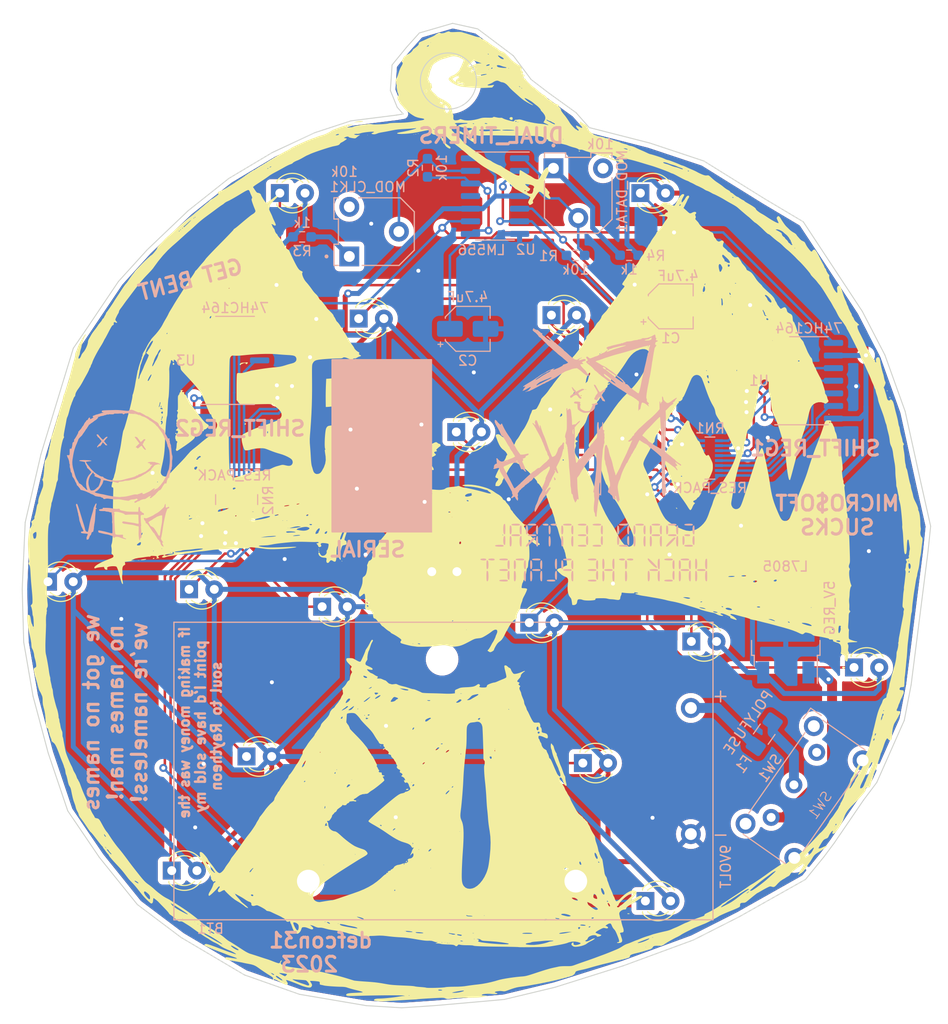
<source format=kicad_pcb>
(kicad_pcb (version 20211014) (generator pcbnew)
  (layers (0 "F.Cu" signal) (31 "B.Cu" signal) (34 "B.Paste" user) (35 "F.Paste" user) (36 "B.SilkS" user "B.Silkscreen") (37 "F.SilkS" user "F.Silkscreen") (38 "B.Mask" user) (39 "F.Mask" user) (44 "Edge.Cuts" user))
  (net 0 "")
  (net 1 "/TT_DATA")
  (net 2 "GND")
  (net 3 "/TT_CLK")
  (net 4 "Net-(D1-Pad1)")
  (net 5 "+5V")
  (net 6 "Net-(D2-Pad1)")
  (net 7 "Net-(D3-Pad1)")
  (net 8 "Net-(D4-Pad1)")
  (net 9 "Net-(D5-Pad1)")
  (net 10 "Net-(D6-Pad1)")
  (net 11 "Net-(D7-Pad1)")
  (net 12 "Net-(D8-Pad1)")
  (net 13 "Net-(D9-Pad1)")
  (net 14 "Net-(D10-Pad1)")
  (net 15 "Net-(D11-Pad1)")
  (net 16 "Net-(D12-Pad1)")
  (net 17 "Net-(D13-Pad1)")
  (net 18 "Net-(D14-Pad1)")
  (net 19 "Net-(D15-Pad1)")
  (net 20 "Net-(D16-Pad1)")
  (net 21 "Net-(F1-Pad1)")
  (net 22 "+9V")
  (net 23 "/DSCHG_DATA")
  (net 24 "/DSCHG_CLK")
  (net 25 "Net-(U1-Pad8)")
  (net 26 "Net-(RN1-Pad1)")
  (net 27 "Net-(RN1-Pad2)")
  (net 28 "Net-(RN1-Pad3)")
  (net 29 "Net-(RN1-Pad4)")
  (net 30 "Net-(RN1-Pad5)")
  (net 31 "Net-(RN1-Pad6)")
  (net 32 "Net-(RN1-Pad7)")
  (net 33 "Net-(RN1-Pad8)")
  (net 34 "Net-(RN2-Pad1)")
  (net 35 "Net-(RN2-Pad2)")
  (net 36 "Net-(RN2-Pad3)")
  (net 37 "Net-(RN2-Pad4)")
  (net 38 "Net-(RN2-Pad5)")
  (net 39 "Net-(RN2-Pad6)")
  (net 40 "Net-(RN2-Pad7)")
  (net 41 "Net-(RN2-Pad8)")
  (net 43 "Net-(SW1-Pad3)")
  (net 45 "Net-(U1-Pad1)")
  (net 47 "Net-(MOD_CLK1-Pad1)")
  (net 49 "Net-(MOD_DATA1-Pad1)")
  (footprint "LED_THT:LED_D3.0mm" (layer "F.Cu") (at 113.855 102.2)
    (fp_text reference "D14" hide)
    (fp_text value "LED")
  )
  (footprint "LED_THT:LED_D3.0mm" (layer "F.Cu") (at 119.645 119.04)
    (fp_text reference "D12" hide)
    (fp_text value "LED")
  )
  (footprint "LED_THT:LED_D3.0mm" (layer "F.Cu") (at 138.32 100.42)
    (fp_text reference "D16")
    (fp_text value "LED")
  )
  (footprint "dcpunks31:back_art" (layer "F.Cu") (at 142.77 94.86)
    (fp_text reference "G***")
    (fp_text value "LOGO" hide)
  )
  (footprint "LED_THT:LED_D3.0mm" (layer "F.Cu") (at 140.795 86.35)
    (fp_text reference "D3" hide)
    (fp_text value "LED")
  )
  (footprint "LED_THT:LED_D3.0mm" (layer "F.Cu") (at 153.555 119.7)
    (fp_text reference "D9" hide)
    (fp_text value "LED")
  )
  (footprint "LED_THT:LED_D3.0mm" (layer "F.Cu") (at 112.105 130.53)
    (fp_text reference "D11" hide)
    (fp_text value "LED")
  )
  (footprint "LED_THT:LED_D3.0mm" (layer "F.Cu") (at 99.635 101.43)
    (fp_text reference "D15" hide)
    (fp_text value "LED")
  )
  (footprint "LED_THT:LED_D3.0mm" (layer "F.Cu") (at 127.27 103.95)
    (fp_text reference "D13" hide)
    (fp_text value "LED")
  )
  (footprint "LED_THT:LED_D3.0mm" (layer "F.Cu") (at 164.495 107.45)
    (fp_text reference "D7" hide)
    (fp_text value "LED")
  )
  (footprint "LED_THT:LED_D3.0mm" (layer "F.Cu") (at 159.355 62.29)
    (fp_text reference "D5" hide)
    (fp_text value "LED")
  )
  (footprint "LED_THT:LED_D3.0mm" (layer "F.Cu") (at 148.155 105.56)
    (fp_text reference "D8" hide)
    (fp_text value "LED")
  )
  (footprint "LED_THT:LED_D3.0mm" (layer "F.Cu") (at 130.955 74.93)
    (fp_text reference "D2" hide)
    (fp_text value "LED")
  )
  (footprint "LED_THT:LED_D3.0mm" (layer "F.Cu") (at 150.385 74.58)
    (fp_text reference "D4" hide)
    (fp_text value "LED")
  )
  (footprint "LED_THT:LED_D3.0mm" (layer "F.Cu") (at 159.86 133.59)
    (fp_text reference "D10" hide)
    (fp_text value "LED")
  )
  (footprint "LED_THT:LED_D3.0mm" (layer "F.Cu") (at 180.895 110.07)
    (fp_text reference "D6" hide)
    (fp_text value "LED")
  )
  (footprint "LED_THT:LED_D3.0mm" (layer "F.Cu") (at 123.005 62.29)
    (fp_text reference "D1" hide)
    (fp_text value "LED")
  )
  (footprint "Capacitor_SMD:CP_Elec_4x5.4" (layer "B.Cu") (at 162.4175 73.7)
    (fp_text reference "C1")
    (fp_text value "4.7uF")
  )
  (footprint "Capacitor_SMD:CP_Elec_4x5.4" (layer "B.Cu") (at 141.9475 75.96)
    (fp_text reference "C2")
    (fp_text value "4.7uF")
  )
  (footprint "Resistor_SMD:R_0603_1608Metric_Pad0.98x0.95mm_HandSolder" (layer "B.Cu") (at 137.89 59.74 -90)
    (fp_text reference "R2")
    (fp_text value "10k")
  )
  (footprint "Resistor_SMD:R_0603_1608Metric_Pad0.98x0.95mm_HandSolder" (layer "B.Cu") (at 152.82 68.56 180)
    (fp_text reference "R1")
    (fp_text value "10k")
  )
  (footprint "dcpunks31:TRIM_3306F-1-103" (layer "B.Cu") (at 132.51 66.17 180)
    (fp_text reference "MOD_CLK1")
    (fp_text value "10k")
  )
  (footprint "dcpunks31:BAT_BH9VPC" (layer "B.Cu") (at 139.5 120.5)
    (fp_text reference "BT1")
    (fp_text value "9VOLT")
  )
  (footprint "Resistor_SMD:R_0603_1608Metric_Pad0.98x0.95mm_HandSolder" (layer "B.Cu") (at 158.22 68.55 180)
    (fp_text reference "R4")
    (fp_text value "1k")
  )
  (footprint "Button_Switch_THT:SW_E-Switch_EG1224_SPDT_Angled" (layer "B.Cu") (at 177.13 118.62 -125)
    (fp_text reference "SW1")
    (fp_text value "SW_SPDT")
  )
  (footprint "Resistor_SMD:R_Array_Convex_8x0602" (layer "B.Cu") (at 118.65 93.16 -90)
    (fp_text reference "RN2")
    (fp_text value "RES_PACK")
  )
  (footprint "Package_SO:SOIC-14_3.9x8.7mm_P1.27mm" (layer "B.Cu") (at 144.7 62.59 180)
    (fp_text reference "U2")
    (fp_text value "LM556")
  )
  (footprint "dcpunks31:htp" (layer "B.Cu") (at 154.67 98.5 180)
    (fp_text reference "G***" hide)
    (fp_text value "LOGO" hide)
  )
  (footprint "dcpunks31:dfiu" (layer "B.Cu") (at 106.89 91.05 180)
    (fp_text reference "G***" hide)
    (fp_text value "LOGO" hide)
  )
  (footprint "Resistor_SMD:R_0603_1608Metric_Pad0.98x0.95mm_HandSolder" (layer "B.Cu") (at 125.25 66.7)
    (fp_text reference "R3")
    (fp_text value "1k")
  )
  (footprint "Package_TO_SOT_SMD:TO-252-2" (layer "B.Cu") (at 174.015 106.375 90)
    (fp_text reference "U4")
    (fp_text value "L7805")
  )
  (footprint "Resistor_SMD:R_Array_Convex_8x0602" (layer "B.Cu") (at 166.37 88.98 180)
    (fp_text reference "RN1")
    (fp_text value "RES_PACK")
  )
  (footprint "Package_SO:SOIC-14_3.9x8.7mm_P1.27mm" (layer "B.Cu") (at 176.35 81.19)
    (fp_text reference "U1")
    (fp_text value "74HC164")
  )
  (footprint "dcpunks31:TRIM_3306F-1-103" (layer "B.Cu") (at 153.09 62.29 90)
    (fp_text reference "MOD_DATA1")
    (fp_text value "10k")
  )
  (footprint "Fuse:Fuse_1206_3216Metric_Pad1.42x1.75mm_HandSolder" (layer "B.Cu") (at 171.84 116.79 -125)
    (fp_text reference "F1")
    (fp_text value "POLYFUSE")
  )
  (footprint "dcpunks31:logo" (layer "B.Cu") (at 153.740441 85.677169 180)
    (fp_text reference "G***" hide)
    (fp_text value "LOGO" hide)
  )
  (footprint "Package_SO:SOIC-14_3.9x8.7mm_P1.27mm" (layer "B.Cu") (at 118.49 79.14)
    (fp_text reference "U3")
    (fp_text value "74HC164")
  )
  (gr_poly (pts (xy 138.28 79.08) (xy 138.28 96.4) (xy 128.28 96.4) (xy 128.28 79.08)) (layer "B.SilkS") (width 0.15) (fill solid))
  (gr_line (start 146.55 48.46) (end 145.92 47.98) (layer "Edge.Cuts") (width 0.1))
  (gr_line (start 109.63 68) (end 106.73 71.19) (layer "Edge.Cuts") (width 0.1))
  (gr_line (start 138.85 144.11) (end 145.62 143.51) (layer "Edge.Cuts") (width 0.1))
  (gr_line (start 145.92 47.98) (end 142.95 45.75) (layer "Edge.Cuts") (width 0.1))
  (gr_line (start 98.12 112.96) (end 99.65 118.69) (layer "Edge.Cuts") (width 0.1))
  (gr_line (start 152.87 54.19) (end 150.12 52.21) (layer "Edge.Cuts") (width 0.1))
  (gr_line (start 157.62 140.12) (end 164.7 137.52) (layer "Edge.Cuts") (width 0.1))
  (gr_line (start 160.28 57.24) (end 154.2 55.69) (layer "Edge.Cuts") (width 0.1))
  (gr_line (start 126.51 56.21) (end 122.23 58.21) (layer "Edge.Cuts") (width 0.1))
  (gr_line (start 99.65 118.69) (end 101.62 124.51) (layer "Edge.Cuts") (width 0.1))
  (gr_line (start 113.75 64.07) (end 109.63 68) (layer "Edge.Cuts") (width 0.1))
  (gr_line (start 130.18 55.01) (end 126.51 56.21) (layer "Edge.Cuts") (width 0.1))
  (gr_line (start 145.62 143.51) (end 150.75 142.28) (layer "Edge.Cuts") (width 0.1))
  (gr_line (start 188.36 98.36) (end 188.62 95.84) (layer "Edge.Cuts") (width 0.1))
  (gr_line (start 140.42 45.19) (end 137.07 46.16) (layer "Edge.Cuts") (width 0.1))
  (gr_line (start 176 131.42) (end 177.84 129.17) (layer "Edge.Cuts") (width 0.1))
  (gr_line (start 102.18 77.92) (end 101.26 80.92) (layer "Edge.Cuts") (width 0.1))
  (gr_line (start 148.34 50.85) (end 146.55 48.46) (layer "Edge.Cuts") (width 0.1))
  (gr_line (start 103.43 76.09) (end 102.18 77.92) (layer "Edge.Cuts") (width 0.1))
  (gr_line (start 134.15 51.96) (end 134.84 53.65) (layer "Edge.Cuts") (width 0.1))
  (gr_line (start 186.05 84.27) (end 184.01 78.6) (layer "Edge.Cuts") (width 0.1))
  (gr_line (start 101.62 124.51) (end 104.8 129.19) (layer "Edge.Cuts") (width 0.1))
  (gr_line (start 150.12 52.21) (end 148.34 50.85) (layer "Edge.Cuts") (width 0.1))
  (gr_line (start 97.03 102.16) (end 97.18 107.52) (layer "Edge.Cuts") (width 0.1))
  (gr_line (start 101.26 80.92) (end 98.92 88.59) (layer "Edge.Cuts") (width 0.1))
  (gr_line (start 124.98 142.99) (end 131.7 144.13) (layer "Edge.Cuts") (width 0.1))
  (gr_line (start 97.33 95.46) (end 97.03 102.16) (layer "Edge.Cuts") (width 0.1))
  (gr_line (start 142.95 45.75) (end 140.42 45.19) (layer "Edge.Cuts") (width 0.1))
  (gr_line (start 184.01 78.6) (end 181.73 74.2) (layer "Edge.Cuts") (width 0.1))
  (gr_line (start 165.76 59.06) (end 160.28 57.24) (layer "Edge.Cuts") (width 0.1))
  (gr_line (start 150.75 142.28) (end 157.62 140.12) (layer "Edge.Cuts") (width 0.1))
  (gr_line (start 178.9 127.75) (end 181.84 123.45) (layer "Edge.Cuts") (width 0.1))
  (gr_line (start 134.32 49.38) (end 134.15 51.96) (layer "Edge.Cuts") (width 0.1))
  (gr_line (start 186.65 111.84) (end 188.36 98.36) (layer "Edge.Cuts") (width 0.1))
  (gr_line (start 135.76 47.62) (end 134.32 49.38) (layer "Edge.Cuts") (width 0.1))
  (gr_line (start 98.92 88.59) (end 97.33 95.46) (layer "Edge.Cuts") (width 0.1))
  (gr_line (start 175.78 65.18) (end 171.96 62.91) (layer "Edge.Cuts") (width 0.1))
  (gr_line (start 185.96 115.4) (end 186.65 111.84) (layer "Edge.Cuts") (width 0.1))
  (gr_line (start 117.85 60.82) (end 113.75 64.07) (layer "Edge.Cuts") (width 0.1))
  (gr_line (start 137.07 46.16) (end 135.76 47.62) (layer "Edge.Cuts") (width 0.1))
  (gr_line (start 188.62 95.84) (end 187.66 91.57) (layer "Edge.Cuts") (width 0.1))
  (gr_line (start 181.84 123.45) (end 183.19 121.65) (layer "Edge.Cuts") (width 0.1))
  (gr_line (start 97.18 107.52) (end 98.12 112.96) (layer "Edge.Cuts") (width 0.1))
  (gr_line (start 135.44 54.32) (end 134.79 54.43) (layer "Edge.Cuts") (width 0.1))
  (gr_line (start 113.04 137.26) (end 119.44 141.04) (layer "Edge.Cuts") (width 0.1))
  (gr_line (start 169.32 135.18) (end 176 131.42) (layer "Edge.Cuts") (width 0.1))
  (gr_line (start 154.2 55.69) (end 152.87 54.19) (layer "Edge.Cuts") (width 0.1))
  (gr_line (start 131.7 144.13) (end 135.29 144.35) (layer "Edge.Cuts") (width 0.1))
  (gr_line (start 177.84 129.17) (end 178.9 127.75) (layer "Edge.Cuts") (width 0.1))
  (gr_line (start 119.44 141.04) (end 124.98 142.99) (layer "Edge.Cuts") (width 0.1))
  (gr_line (start 181.73 74.2) (end 175.78 65.18) (layer "Edge.Cuts") (width 0.1))
  (gr_line (start 183.19 121.65) (end 185.96 115.4) (layer "Edge.Cuts") (width 0.1))
  (gr_line (start 104.8 129.19) (end 108.64 133.95) (layer "Edge.Cuts") (width 0.1))
  (gr_line (start 171.96 62.91) (end 165.76 59.06) (layer "Edge.Cuts") (width 0.1))
  (gr_line (start 106.73 71.19) (end 103.43 76.09) (layer "Edge.Cuts") (width 0.1))
  (gr_line (start 187.66 91.57) (end 186.05 84.27) (layer "Edge.Cuts") (width 0.1))
  (gr_line (start 108.64 133.95) (end 113.04 137.26) (layer "Edge.Cuts") (width 0.1))
  (gr_line (start 134.79 54.43) (end 130.18 55.01) (layer "Edge.Cuts") (width 0.1))
  (gr_circle (center 140 51) (end 142 53) (layer "Edge.Cuts") (width 0.1) (fill none))
  (gr_line (start 164.7 137.52) (end 169.32 135.18) (layer "Edge.Cuts") (width 0.1))
  (gr_line (start 135.29 144.35) (end 138.85 144.11) (layer "Edge.Cuts") (width 0.1))
  (gr_line (start 134.84 53.65) (end 135.44 54.32) (layer "Edge.Cuts") (width 0.1))
  (gr_line (start 122.23 58.21) (end 117.85 60.82) (layer "Edge.Cuts") (width 0.1))
  (gr_text "SHIFT_REG2" (at 119 86) (layer "B.SilkS") (effects (font (size 1.5 1.5) (thickness 0.3)) (justify mirror)))
  (gr_text "5V_REG" (at 178.44 104.06 90) (layer "B.SilkS") (effects (font (size 1 1)) (justify mirror)))
  (gr_text "DUAL_TIMERS" (at 144.32 56.51) (layer "B.SilkS") (effects (font (size 1.5 1.5) (thickness 0.3)) (justify mirror)))
  (gr_text "SERIAL" (at 131.88 98.18) (layer "B.SilkS") (effects (font (size 1.5 1.5) (thickness 0.3)) (justify mirror)))
  (gr_text "MICRO$OFT\nSUCKS" (at 179.21 94.75) (layer "B.SilkS") (effects (font (size 1.5 1.5) (thickness 0.3)) (justify mirror)))
  (gr_text "we got no names\nno names man!\nwe're nameless!" (at 106.42 114.6 90) (layer "B.SilkS") (effects (font (size 1.5 1.5) (thickness 0.3)) (justify mirror)))
  (gr_text "GET BENT" (at 114 71 15) (layer "B.SilkS") (effects (font (size 1.5 1.5) (thickness 0.3)) (justify mirror)))
  (gr_text "defcon31\n  2023" (at 127.12 138.77) (layer "B.SilkS") (effects (font (size 1.5 1.5) (thickness 0.3)) (justify mirror)))
  (gr_text "If making money was the \npoint I'd have sold my\nsoul to Raytheon" (at 115 116 90) (layer "B.SilkS") (effects (font (size 1 1) (thickness 0.25)) (justify mirror)))
  (gr_text "SHIFT_REG1" (at 177 88) (layer "B.SilkS") (effects (font (size 1.5 1.5) (thickness 0.3)) (justify mirror)))
  (segment (start 145.21 65.12) (end 145.49 64.84) (width 0.25) (layer "F.Cu") (net 1))
  (segment (start 145.49 64.84) (end 145.49 61.65) (width 0.25) (layer "F.Cu") (net 1))
  (via (at 145.21 65.12) (size 0.8) (drill 0.4) (layers "F.Cu" "B.Cu") (net 1))
  (via (at 145.49 61.65) (size 0.8) (drill 0.4) (layers "F.Cu" "B.Cu") (net 1))
  (segment (start 147.175 65.13) (end 145.22 65.13) (width 0.25) (layer "B.Cu") (net 1))
  (segment (start 145.49 61.65) (end 145.49 61.344106) (width 0.25) (layer "B.Cu") (net 1))
  (segment (start 156.96 73.7) (end 159.3675 73.7) (width 0.25) (layer "B.Cu") (net 1))
  (segment (start 151.82 68.56) (end 148.39 65.13) (width 0.25) (layer "B.Cu") (net 1))
  (segment (start 145.22 65.13) (end 145.21 65.12) (width 0.25) (layer "B.Cu") (net 1))
  (segment (start 148.39 65.13) (end 147.175 65.13) (width 0.25) (layer "B.Cu") (net 1))
  (segment (start 151.82 68.56) (end 156.96 73.7) (width 0.25) (layer "B.Cu") (net 1))
  (segment (start 145.49 61.344106) (end 146.784106 60.05) (width 0.25) (layer "B.Cu") (net 1))
  (segment (start 146.784106 60.05) (end 147.175 60.05) (width 0.25) (layer "B.Cu") (net 1))
  (via (at 122.2 111.56) (size 0.8) (drill 0.4) (layers "F.Cu" "B.Cu") (net 2))
  (via (at 162.29 98.7) (size 0.8) (drill 0.4) (layers "F.Cu" "B.Cu") (net 2))
  (via (at 107.02 105.18) (size 0.8) (drill 0.4) (layers "F.Cu" "B.Cu") (net 2))
  (via (at 114.47 126.18) (size 0.8) (drill 0.4) (layers "F.Cu" "B.Cu") (net 2))
  (via (at 126.68 74.97) (size 0.8) (drill 0.4) (layers "F.Cu" "B.Cu") (net 2))
  (via (at 123.49 99.15) (size 0.8) (drill 0.4) (layers "F.Cu" "B.Cu") (net 2))
  (via (at 130.13 86.11) (size 0.8) (drill 0.4) (layers "F.Cu" "B.Cu") (net 2))
  (via (at 110.17 90.47) (size 0.8) (drill 0.4) (layers "F.Cu" "B.Cu") (net 2))
  (via (at 172.2 86.92) (size 0.8) (drill 0.4) (layers "F.Cu" "B.Cu") (net 2))
  (via (at 160.58 125.21) (size 0.8) (drill 0.4) (layers "F.Cu" "B.Cu") (net 2))
  (via (at 133.71 115.95) (size 0.8) (drill 0.4) (layers "F.Cu" "B.Cu") (net 2))
  (via (at 131.65 98.7) (size 0.8) (drill 0.4) (layers "F.Cu" "B.Cu") (net 2))
  (via (at 126.05 78.82) (size 0.8) (drill 0.4) (layers "F.Cu" "B.Cu") (net 2))
  (via (at 134.69 125.16) (size 0.8) (drill 0.4) (layers "F.Cu" "B.Cu") (net 2))
  (via (at 158.78 71.51) (size 0.8) (drill 0.4) (layers "F.Cu" "B.Cu") (net 2))
  (via (at 150.26 84.08) (size 0.8) (drill 0.4) (layers "F.Cu" "B.Cu") (net 2))
  (via (at 170.42 73.57) (size 0.8) (drill 0.4) (layers "F.Cu" "B.Cu") (net 2))
  (via (at 169.5 95.79) (size 0.8) (drill 0.4) (layers "F.Cu" "B.Cu") (net 2))
  (via (at 156.59 101.62) (size 0.8) (drill 0.4) (layers "F.Cu" "B.Cu") (net 2))
  (via (at 158.96 80.56) (size 0.8) (drill 0.4) (layers "F.Cu" "B.Cu") (net 2))
  (via (at 132.22 65.37) (size 0.8) (drill 0.4) (layers "F.Cu" "B.Cu") (net 2))
  (via (at 137.28 85.6) (size 0.8) (drill 0.4) (layers "F.Cu" "B.Cu") (net 2))
  (via (at 146.08 93.13) (size 0.8) (drill 0.4) (layers "F.Cu" "B.Cu") (net 2))
  (via (at 130.77 92.06) (size 0.8) (drill 0.4) (layers "F.Cu" "B.Cu") (net 2))
  (via (at 182.39 98.35) (size 0.8) (drill 0.4) (layers "F.Cu" "B.Cu") (net 2))
  (via (at 181.11 81.74) (size 0.8) (drill 0.4) (layers "F.Cu" "B.Cu") (net 2))
  (via (at 142.56 80.35) (size 0.8) (drill 0.4) (layers "F.Cu" "B.Cu") (net 2))
  (via (at 136.97 70.11) (size 0.8) (drill 0.4) (layers "F.Cu" "B.Cu") (net 2))
  (via (at 157.54 87.01) (size 0.8) (drill 0.4) (layers "F.Cu" "B.Cu") (net 2))
  (via (at 137.6 93.39) (size 0.8) (drill 0.4) (layers "F.Cu" "B.Cu") (net 2))
  (via (at 115.32 119.78) (size 0.8) (drill 0.4) (layers "F.Cu" "B.Cu") (net 2))
  (via (at 122.67 71.54) (size 0.8) (drill 0.4) (layers "F.Cu" "B.Cu") (net 2))
  (segment (start 143.94 62.07) (end 144.05 62.18) (width 0.25) (layer "F.Cu") (net 3))
  (segment (start 144.05 62.18) (end 144.05 66.06) (width 0.25) (layer "F.Cu") (net 3))
  (via (at 143.94 62.07) (size 0.8) (drill 0.4) (layers "F.Cu" "B.Cu") (net 3))
  (via (at 144.05 66.06) (size 0.8) (drill 0.4) (layers "F.Cu" "B.Cu") (net 3))
  (segment (start 141.645 60.74) (end 142.225 61.32) (width 0.25) (layer "B.Cu") (net 3))
  (segment (start 142.225 66.505) (end 142.225 66.4) (width 0.25) (layer "B.Cu") (net 3))
  (segment (start 142.225 61.32) (end 143.19 61.32) (width 0.25) (layer "B.Cu") (net 3))
  (segment (start 142.565 66.06) (end 142.225 66.4) (width 0.25) (layer "B.Cu") (net 3))
  (segment (start 140.1475 68.5825) (end 142.225 66.505) (width 0.25) (layer "B.Cu") (net 3))
  (segment (start 137.89 60.74) (end 141.645 60.74) (width 0.25) (layer "B.Cu") (net 3))
  (segment (start 140.1475 75.96) (end 140.1475 68.5825) (width 0.25) (layer "B.Cu") (net 3))
  (segment (start 144.05 66.06) (end 142.565 66.06) (width 0.25) (layer "B.Cu") (net 3))
  (segment (start 143.19 61.32) (end 143.94 62.07) (width 0.25) (layer "B.Cu") (net 3))
  (segment (start 162.437 84.98) (end 162.437 80.587) (width 0.25) (layer "F.Cu") (net 4))
  (segment (start 126.06 71.56) (end 123.005 68.505) (width 0.25) (layer "F.Cu") (net 4))
  (segment (start 123.005 68.505) (end 123.005 62.29) (width 0.25) (layer "F.Cu") (net 4))
  (segment (start 153.41 71.56) (end 126.06 71.56) (width 0.25) (layer "F.Cu") (net 4))
  (segment (start 162.437 80.587) (end 153.41 71.56) (width 0.25) (layer "F.Cu") (net 4))
  (via (at 162.437 84.98) (size 0.8) (drill 0.4) (layers "F.Cu" "B.Cu") (net 4))
  (segment (start 165.279447 87.23) (end 163.819723 85.770276) (width 0.25) (layer "B.Cu") (net 4))
  (segment (start 165.47 87.23) (end 165.279447 87.23) (width 0.25) (layer "B.Cu") (net 4))
  (segment (start 163.819723 85.770276) (end 163.029447 84.98) (width 0.25) (layer "B.Cu") (net 4))
  (segment (start 163.029447 84.98) (end 162.437 84.98) (width 0.25) (layer "B.Cu") (net 4))
  (segment (start 158.44 129.63) (end 162.4 133.59) (width 0.5) (layer "F.Cu") (net 5))
  (segment (start 182.1 77.57) (end 182.1 78.63) (width 0.5) (layer "F.Cu") (net 5))
  (segment (start 129.7675 76.4625) (end 131.9625 76.4625) (width 0.5) (layer "F.Cu") (net 5))
  (segment (start 129.89 72.4) (end 129.595 72.695) (width 0.5) (layer "F.Cu") (net 5))
  (segment (start 124.205 121.06) (end 154.735 121.06) (width 0.5) (layer "F.Cu") (net 5))
  (segment (start 122.76 82.91) (end 124.088947 82.91) (width 0.25) (layer "F.Cu") (net 5))
  (segment (start 115.545 129.63) (end 158.44 129.63) (width 0.5) (layer "F.Cu") (net 5))
  (segment (start 132.3525 76.0725) (end 133.495 74.93) (width 0.5) (layer "F.Cu") (net 5))
  (segment (start 130.27 78.29) (end 130.27 78.155) (width 0.25) (layer "F.Cu") (net 5))
  (segment (start 166.82 62.29) (end 182.1 77.57) (width 0.5) (layer "F.Cu") (net 5))
  (segment (start 125.515 82.91) (end 122.76 82.91) (width 0.5) (layer "F.Cu") (net 5))
  (segment (start 161.895 62.29) (end 166.82 62.29) (width 0.5) (layer "F.Cu") (net 5))
  (segment (start 154.735 121.06) (end 156.095 119.7) (width 0.5) (layer "F.Cu") (net 5))
  (segment (start 122.185 122.99) (end 122.185 119.04) (width 0.5) (layer "F.Cu") (net 5))
  (segment (start 130.27 78.155) (end 133.495 74.93) (width 0.25) (layer "F.Cu") (net 5))
  (segment (start 156.095 127.285) (end 162.4 133.59) (width 0.5) (layer "F.Cu") (net 5))
  (segment (start 114.645 130.53) (end 115.545 129.63) (width 0.5) (layer "F.Cu") (net 5))
  (segment (start 132.3525 76.0725) (end 125.515 82.91) (width 0.5) (layer "F.Cu") (net 5))
  (segment (start 131.9625 76.4625) (end 132.3525 76.0725) (width 0.5) (layer "F.Cu") (net 5))
  (segment (start 129.595 72.695) (end 129.595 76.29) (width 0.5) (layer "F.Cu") (net 5))
  (segment (start 129.595 76.29) (end 129.7675 76.4625) (width 0.5) (layer "F.Cu") (net 5))
  (segment (start 114.645 130.53) (end 122.185 122.99) (width 0.5) (layer "F.Cu") (net 5))
  (segment (start 156.095 119.7) (end 156.095 127.285) (width 0.5) (layer "F.Cu") (net 5))
  (segment (start 122.185 119.04) (end 124.205 121.06) (width 0.5) (layer "F.Cu") (net 5))
  (via (at 122.76 82.91) (size 0.8) (drill 0.4) (layers "F.Cu" "B.Cu") (net 5))
  (via (at 129.89 72.4) (size 0.8) (drill 0.4) (layers "F.Cu" "B.Cu") (net 5))
  (via (at 182.1 78.63) (size 0.8) (drill 0.4) (layers "F.Cu" "B.Cu") (net 5))
  (segment (start 158.005 60.94) (end 158.005 67.4225) (width 0.5) (layer "B.Cu") (net 5))
  (segment (start 171.735 110.575) (end 173.85 112.69) (width 0.5) (layer "B.Cu") (net 5))
  (segment (start 142.225 63.86) (end 143.46 63.86) (width 0.25) (layer "B.Cu") (net 5))
  (segment (start 119.9 76.6) (end 120.965 76.6) (width 0.5) (layer "B.Cu") (net 5))
  (segment (start 170.655 109.495) (end 170.655 99.805) (width 0.5) (layer "B.Cu") (net 5))
  (segment (start 118.295 120.39) (end 120.835 120.39) (width 0.5) (layer "B.Cu") (net 5))
  (segment (start 140.86 100.42) (end 137.33 103.95) (width 0.5) (layer "B.Cu") (net 5))
  (segment (start 170.16 110.575) (end 167.035 107.45) (width 0.5) (layer "B.Cu") (net 5))
  (segment (start 182.95 112.69) (end 183.435 112.205) (width 0.5) (layer "B.Cu") (net 5))
  (segment (start 182.1 84.38) (end 181.47 85.01) (width 0.5) (layer "B.Cu") (net 5))
  (segment (start 142.225 58.78) (end 142.99 58.78) (width 0.25) (layer "B.Cu") (net 5))
  (segment (start 130.93 72.4) (end 129.89 72.4) (width 0.5) (layer "B.Cu") (net 5))
  (segment (start 144.73 62.59) (end 147.175 62.59) (width 0.5) (layer "B.Cu") (net 5))
  (segment (start 158.005 67.4225) (end 159.1325 68.55) (width 0.5) (layer "B.Cu") (net 5))
  (segment (start 182.1 88.36) (end 182.1 83.78) (width 0.5) (layer "B.Cu") (net 5))
  (segment (start 147.85 119.04) (end 162.4 133.59) (width 0.5) (layer "B.Cu") (net 5))
  (segment (start 128.06 102.2) (end 129.81 103.95) (width 0.5) (layer "B.Cu") (net 5))
  (segment (start 102.175 118.06) (end 114.645 130.53) (width 0.5) (layer "B.Cu") (net 5))
  (segment (start 143.335 84.17) (end 152.925 74.58) (width 0.5) (layer "B.Cu") (net 5))
  (segment (start 120.835 120.39) (end 122.185 119.04) (width 0.5) (layer "B.Cu") (net 5))
  (segment (start 171.735 110.575) (end 170.655 109.495) (width 0.5) (layer "B.Cu") (net 5))
  (segment (start 102.175 101.43) (end 102.175 118.06) (width 0.5) (layer "B.Cu") (net 5))
  (segment (start 150.695 105.56) (end 165.145 105.56) (width 0.5) (layer "B.Cu") (net 5))
  (segment (start 139.79 63.86) (end 143.46 63.86) (width 0.5) (layer "B.Cu") (net 5))
  (segment (start 124.3375 66.7) (end 124.11 66.7) (width 0.5) (layer "B.Cu") (net 5))
  (segment (start 140.86 100.42) (end 143.57 100.42) (width 0.5) (layer "B.Cu") (net 5))
  (segment (start 114.725 100.53) (end 116.395 102.2) (width 0.5) (layer "B.Cu") (net 5))
  (segment (start 139.79 63.86) (end 142.225 63.86) (width 0.5) (layer "B.Cu") (net 5))
  (segment (start 116.395 102.2) (end 128.06 102.2) (width 0.5) (layer "B.Cu") (net 5))
  (segment (start 165.145 105.56) (end 167.035 107.45) (width 0.5) (layer "B.Cu") (net 5))
  (segment (start 102.175 101.43) (end 103.075 100.53) (width 0.5) (layer "B.Cu") (net 5))
  (segment (start 129.81 111.415) (end 122.185 119.04) (width 0.5) (layer "B.Cu") (net 5))
  (segment (start 143.335 86.35) (end 143.335 84.77) (width 0.5) (layer "B.Cu") (net 5))
  (segment (start 103.075 100.53) (end 114.725 100.53) (width 0.5) (layer "B.Cu") (net 5))
  (segment (start 144.73 60.52) (end 144.73 62.59) (width 0.25) (layer "B.Cu") (net 5))
  (segment (start 139.47 63.86) (end 139.79 63.86) (width 0.5) (layer "B.Cu") (net 5))
  (segment (start 173.85 112.69) (end 182.95 112.69) (width 0.5) (layer "B.Cu") (net 5))
  (segment (start 116.395 113.25) (end 122.185 119.04) (width 0.5) (layer "B.Cu") (net 5))
  (segment (start 118.41 72.4) (end 118.41 75.11) (width 0.5) (layer "B.Cu") (net 5))
  (segment (start 143.335 84.77) (end 133.495 74.93) (width 0.5) (layer "B.Cu") (net 5))
  (segment (start 160.545 60.94) (end 158.005 60.94) (width 0.5) (layer "B.Cu") (net 5))
  (segment (start 122.185 119.04) (end 147.85 119.04) (width 0.5) (layer "B.Cu") (net 5))
  (segment (start 143.335 86.35) (end 143.335 84.17) (width 0.5) (layer "B.Cu") (net 5))
  (segment (start 178.835 85.01) (end 178.825 85) (width 0.5) (layer "B.Cu") (net 5))
  (segment (start 133.495 74.93) (end 131.825 76.6) (width 0.5) (layer "B.Cu") (net 5))
  (segment (start 171.735 110.575) (end 170.16 110.575) (width 0.5) (layer "B.Cu") (net 5))
  (segment (start 182.08 78.65) (end 182.1 78.63) (width 0.5) (layer "B.Cu") (net 5))
  (segment (start 102.175 104.27) (end 118.295 120.39) (width 0.5) (layer "B.Cu") (net 5))
  (segment (start 125.545 62.29) (end 125.545 65.4925) (width 0.5) (layer "B.Cu") (net 5))
  (segment (start 140.86 88.825) (end 143.335 86.35) (width 0.5) (layer "B.Cu") (net 5))
  (segment (start 140.86 100.985) (end 146.795 106.92) (width 0.5) (layer "B.Cu") (net 5))
  (segment (start 181.47 85.01) (end 178.835 85.01) (width 0.5) (layer "B.Cu") (net 5))
  (segment (start 137.975 65.355) (end 139.47 63.86) (width 0.5) (layer "B.Cu") (net 5))
  (segment (start 150.695 114.3) (end 150.695 105.56) (width 0.5) (layer "B.Cu") (net 5))
  (segment (start 161.895 62.29) (end 160.545 60.94) (width 0.5) (layer "B.Cu") (net 5))
  (segment (start 137.975 65.355) (end 130.93 72.4) (width 0.5) (layer "B.Cu") (net 5))
  (segment (start 143.46 63.86) (end 144.095 63.225) (width 0.5) (layer "B.Cu") (net 5))
  (segment (start 122.72 82.95) (end 122.76 82.91) (width 0.25) (layer "B.Cu") (net 5))
  (segment (start 140.86 100.42) (end 140.86 100.985) (width 0.5) (layer "B.Cu") (net 5))
  (segment (start 146.795 106.92) (end 149.335 106.92) (width 0.5) (layer "B.Cu") (net 5))
  (segment (start 118.41 75.11) (end 119.9 76.6) (width 0.5) (layer "B.Cu") (net 5))
  (segment (start 143.57 100.42) (end 153.93 90.06) (width 0.5) (layer "B.Cu") (net 5))
  (segment (start 125.545 65.4925) (end 124.3375 66.7) (width 0.5) (layer "B.Cu") (net 5))
  (segment (start 137.33 103.95) (end 129.81 103.95) (width 0.5) (layer "B.Cu") (net 5))
  (segment (start 182.1 78.63) (end 182.1 83.78) (width 0.5) (layer "B.Cu") (net 5))
  (segment (start 142.99 58.78) (end 144.73 60.52) (width 0.25) (layer "B.Cu") (net 5))
  (segment (start 131.825 76.6) (end 120.965 76.6) (width 0.5) (layer "B.Cu") (net 5))
  (segment (start 178.825 78.65) (end 182.08 78.65) (width 0.5) (layer "B.Cu") (net 5))
  (segment (start 182.1 83.78) (end 182.1 84.38) (width 0.5) (layer "B.Cu") (net 5))
  (segment (start 133.495 93.055) (end 133.495 74.93) (width 0.5) (layer "B.Cu") (net 5))
  (segment (start 140.86 100.42) (end 140.86 88.825) (width 0.5) (layer "B.Cu") (net 5))
  (segment (start 140.86 100.42) (end 133.495 93.055) (width 0.5) (layer "B.Cu") (net 5))
  (segment (start 120.965 82.95) (end 122.72 82.95) (width 0.25) (layer "B.Cu") (net 5))
  (segment (start 149.335 106.92) (end 150.695 105.56) (width 0.5) (layer "B.Cu") (net 5))
  (segment (start 153.93 75.585) (end 152.925 74.58) (width 0.5) (layer "B.Cu") (net 5))
  (segment (start 124.11 66.7) (end 118.41 72.4) (width 0.5) (layer "B.Cu") (net 5))
  (segment (start 116.395 102.2) (end 116.395 113.25) (width 0.5) (layer "B.Cu") (net 5))
  (segment (start 102.175 101.43) (end 102.175 104.27) (width 0.5) (layer "B.Cu") (net 5))
  (segment (start 153.93 90.06) (end 153.93 75.585) (width 0.5) (layer "B.Cu") (net 5))
  (segment (start 170.655 99.805) (end 182.1 88.36) (width 0.5) (layer "B.Cu") (net 5))
  (segment (start 183.435 112.205) (end 183.435 110.07) (width 0.5) (layer "B.Cu") (net 5))
  (segment (start 129.81 103.95) (end 129.81 111.415) (width 0.5) (layer "B.Cu") (net 5))
  (segment (start 156.095 119.7) (end 150.695 114.3) (width 0.5) (layer "B.Cu") (net 5))
  (segment (start 144.095 63.225) (end 144.73 62.59) (width 0.5) (layer "B.Cu") (net 5))
  (segment (start 134.66 68.67) (end 137.975 65.355) (width 0.5) (layer "B.Cu") (net 5))
  (segment (start 151.62 73.345) (end 151.205 72.93) (width 0.25) (layer "F.Cu") (net 6))
  (segment (start 132.955 72.93) (end 130.955 74.93) (width 0.25) (layer "F.Cu") (net 6))
  (segment (start 163.14 86.13) (end 162 86.13) (width 0.25) (layer "F.Cu") (net 6))
  (segment (start 162 86.13) (end 151.62 75.75) (width 0.25) (layer "F.Cu") (net 6))
  (segment (start 151.62 75.75) (end 151.62 73.345) (width 0.25) (layer "F.Cu") (net 6))
  (segment (start 151.205 72.93) (end 132.955 72.93) (width 0.25) (layer "F.Cu") (net 6))
  (via (at 163.14 86.13) (size 0.8) (drill 0.4) (layers "F.Cu" "B.Cu") (net 6))
  (segment (start 165.47 87.73) (end 164.74 87.73) (width 0.25) (layer "B.Cu") (net 6))
  (segment (start 164.74 87.73) (end 163.14 86.13) (width 0.25) (layer "B.Cu") (net 6))
  (segment (start 143.115 88.67) (end 140.795 86.35) (width 0.25) (layer "F.Cu") (net 7))
  (segment (start 162.478318 88.67) (end 143.115 88.67) (width 0.25) (layer "F.Cu") (net 7))
  (segment (start 163.554664 87.593654) (end 162.478318 88.67) (width 0.25) (layer "F.Cu") (net 7))
  (via (at 163.554664 87.593654) (size 0.8) (drill 0.4) (layers "F.Cu" "B.Cu") (net 7))
  (segment (start 164.19101 88.23) (end 163.554664 87.593654) (width 0.25) (layer "B.Cu") (net 7))
  (segment (start 165.47 88.23) (end 164.19101 88.23) (width 0.25) (layer "B.Cu") (net 7))
  (segment (start 162.437 87.514731) (end 150.385 75.462731) (width 0.25) (layer "F.Cu") (net 8))
  (segment (start 150.385 75.462731) (end 150.385 74.58) (width 0.25) (layer "F.Cu") (net 8))
  (via (at 162.437 87.514731) (size 0.8) (drill 0.4) (layers "F.Cu" "B.Cu") (net 8))
  (segment (start 163.652269 88.73) (end 162.437 87.514731) (width 0.25) (layer "B.Cu") (net 8))
  (segment (start 165.47 88.73) (end 163.652269 88.73) (width 0.25) (layer "B.Cu") (net 8))
  (segment (start 161.7025 70.9825) (end 161.7025 64.6375) (width 0.25) (layer "B.Cu") (net 9))
  (segment (start 161.7025 87.8325) (end 161.7025 84.689195) (width 0.25) (layer "B.Cu") (net 9))
  (segment (start 163.1 89.23) (end 161.7025 87.8325) (width 0.25) (layer "B.Cu") (net 9))
  (segment (start 162.35 84.041695) (end 162.35 71.63) (width 0.25) (layer "B.Cu") (net 9))
  (segment (start 165.47 89.23) (end 163.1 89.23) (width 0.25) (layer "B.Cu") (net 9))
  (segment (start 161.7025 84.689195) (end 162.35 84.041695) (width 0.25) (layer "B.Cu") (net 9))
  (segment (start 162.35 71.63) (end 161.7025 70.9825) (width 0.25) (layer "B.Cu") (net 9))
  (segment (start 161.7025 64.6375) (end 159.355 62.29) (width 0.25) (layer "B.Cu") (net 9))
  (segment (start 167.79 110.83) (end 168.55 110.07) (width 0.25) (layer "F.Cu") (net 10))
  (segment (start 160.04813 92.62813) (end 160.04813 105.47313) (width 0.25) (layer "F.Cu") (net 10))
  (segment (start 168.55 110.07) (end 180.895 110.07) (width 0.25) (layer "F.Cu") (net 10))
  (segment (start 160.04813 105.47313) (end 165.405 110.83) (width 0.25) (layer "F.Cu") (net 10))
  (segment (start 165.405 110.83) (end 167.79 110.83) (width 0.25) (layer "F.Cu") (net 10))
  (via (at 160.04813 92.62813) (size 0.8) (drill 0.4) (layers "F.Cu" "B.Cu") (net 10))
  (segment (start 161.906811 89.73) (end 160.04813 91.588681) (width 0.25) (layer "B.Cu") (net 10))
  (segment (start 160.04813 91.588681) (end 160.04813 92.62813) (width 0.25) (layer "B.Cu") (net 10))
  (segment (start 165.47 89.73) (end 161.906811 89.73) (width 0.25) (layer "B.Cu") (net 10))
  (segment (start 160.783129 91.893129) (end 164.495 95.605) (width 0.25) (layer "F.Cu") (net 11))
  (segment (start 164.495 95.605) (end 164.495 107.45) (width 0.25) (layer "F.Cu") (net 11))
  (via (at 160.783129 91.893129) (size 0.8) (drill 0.4) (layers "F.Cu" "B.Cu") (net 11))
  (segment (start 165.47 90.23) (end 162.446258 90.23) (width 0.25) (layer "B.Cu") (net 11))
  (segment (start 162.446258 90.23) (end 160.783129 91.893129) (width 0.25) (layer "B.Cu") (net 11))
  (segment (start 162.985 90.73) (end 148.155 105.56) (width 0.25) (layer "B.Cu") (net 12))
  (segment (start 165.47 90.73) (end 162.985 90.73) (width 0.25) (layer "B.Cu") (net 12))
  (segment (start 142 114) (end 142.055 113.945) (width 0.25) (layer "F.Cu") (net 13))
  (segment (start 139.5 114) (end 142 114) (width 0.25) (layer "F.Cu") (net 13))
  (segment (start 115.2 95.54) (end 123.65 95.54) (width 0.25) (layer "F.Cu") (net 13))
  (segment (start 147.81 119.7) (end 153.555 119.7) (width 0.25) (layer "F.Cu") (net 13))
  (segment (start 134.805 106.695) (end 134.805 109.305) (width 0.25) (layer "F.Cu") (net 13))
  (segment (start 134.805 109.305) (end 139.5 114) (width 0.25) (layer "F.Cu") (net 13))
  (segment (start 123.65 95.54) (end 134.805 106.695) (width 0.25) (layer "F.Cu") (net 13))
  (segment (start 142.055 113.945) (end 147.81 119.7) (width 0.25) (layer "F.Cu") (net 13))
  (via (at 115.2 95.54) (size 0.8) (drill 0.4) (layers "F.Cu" "B.Cu") (net 13))
  (segment (start 116.9 94.06) (end 116.68 94.06) (width 0.25) (layer "B.Cu") (net 13))
  (segment (start 116.68 94.06) (end 115.2 95.54) (width 0.25) (layer "B.Cu") (net 13))
  (segment (start 115.062861 97.221063) (end 112.126962 100.156962) (width 0.25) (layer "F.Cu") (net 14))
  (segment (start 111.41 120.0355) (end 111.2555 120.19) (width 0.25) (layer "F.Cu") (net 14))
  (segment (start 111.41 102.65) (end 111.41 120.0355) (width 0.25) (layer "F.Cu") (net 14))
  (segment (start 115.062861 96.832861) (end 115.062861 97.221063) (width 0.25) (layer "F.Cu") (net 14))
  (segment (start 111.41 100.873924) (end 111.41 102.65) (width 0.25) (layer "F.Cu") (net 14))
  (segment (start 112.126962 100.156962) (end 111.41 100.873924) (width 0.25) (layer "F.Cu") (net 14))
  (via (at 115.062861 96.832861) (size 0.8) (drill 0.4) (layers "F.Cu" "B.Cu") (net 14))
  (via (at 111.2555 120.19) (size 0.8) (drill 0.4) (layers "F.Cu" "B.Cu") (net 14))
  (segment (start 115.347139 96.832861) (end 115.062861 96.832861) (width 0.25) (layer "B.Cu") (net 14))
  (segment (start 124.6555 133.59) (end 159.86 133.59) (width 0.25) (layer "B.Cu") (net 14))
  (segment (start 117.4 94.06) (end 117.4 94.78) (width 0.25) (layer "B.Cu") (net 14))
  (segment (start 111.2555 120.19) (end 124.6555 133.59) (width 0.25) (layer "B.Cu") (net 14))
  (segment (start 117.4 94.78) (end 115.347139 96.832861) (width 0.25) (layer "B.Cu") (net 14))
  (segment (start 111.99 130.415) (end 112.105 130.53) (width 0.25) (layer "F.Cu") (net 15))
  (segment (start 116.46887 96.465592) (end 111.99 100.944462) (width 0.25) (layer "F.Cu") (net 15))
  (segment (start 117.535666 96.465592) (end 116.46887 96.465592) (width 0.25) (layer "F.Cu") (net 15))
  (segment (start 111.99 100.944462) (end 111.99 130.415) (width 0.25) (layer "F.Cu") (net 15))
  (via (at 117.535666 96.465592) (size 0.8) (drill 0.4) (layers "F.Cu" "B.Cu") (net 15))
  (segment (start 117.9 94.06) (end 117.9 96.101258) (width 0.25) (layer "B.Cu") (net 15))
  (segment (start 117.9 96.101258) (end 117.535666 96.465592) (width 0.25) (layer "B.Cu") (net 15))
  (segment (start 116.015 97.57) (end 112.45 101.135) (width 0.25) (layer "F.Cu") (net 16))
  (segment (start 112.45 101.135) (end 112.45 111.845) (width 0.25) (layer "F.Cu") (net 16))
  (segment (start 112.45 111.845) (end 119.645 119.04) (width 0.25) (layer "F.Cu") (net 16))
  (segment (start 117.47 97.57) (end 116.015 97.57) (width 0.25) (layer "F.Cu") (net 16))
  (via (at 117.47 97.57) (size 0.8) (drill 0.4) (layers "F.Cu" "B.Cu") (net 16))
  (segment (start 118.4 94.06) (end 118.4 96.64) (width 0.25) (layer "B.Cu") (net 16))
  (segment (start 118.4 96.64) (end 117.47 97.57) (width 0.25) (layer "B.Cu") (net 16))
  (segment (start 118.58036 97.55036) (end 124.98 103.95) (width 0.25) (layer "F.Cu") (net 17))
  (segment (start 124.98 103.95) (end 127.27 103.95) (width 0.25) (layer "F.Cu") (net 17))
  (via (at 118.58036 97.55036) (size 0.8) (drill 0.4) (layers "F.Cu" "B.Cu") (net 17))
  (segment (start 118.9 94.06) (end 118.9 97.23072) (width 0.25) (layer "B.Cu") (net 17))
  (segment (start 118.9 97.23072) (end 118.58036 97.55036) (width 0.25) (layer "B.Cu") (net 17))
  (segment (start 117.4495 98.6055) (end 113.855 102.2) (width 0.25) (layer "F.Cu") (net 18))
  (segment (start 118.065629 98.6055) (end 117.4495 98.6055) (width 0.25) (layer "F.Cu") (net 18))
  (via (at 118.065629 98.6055) (size 0.8) (drill 0.4) (layers "F.Cu" "B.Cu") (net 18))
  (segment (start 118.563962 98.6055) (end 118.065629 98.6055) (width 0.25) (layer "B.Cu") (net 18))
  (segment (start 118.744731 98.424731) (end 118.563962 98.6055) (width 0.25) (layer "B.Cu") (net 18))
  (segment (start 119.4 97.769462) (end 118.744731 98.424731) (width 0.25) (layer "B.Cu") (net 18))
  (segment (start 119.4 94.06) (end 119.4 97.769462) (width 0.25) (layer "B.Cu") (net 18))
  (segment (start 119.9 94.06) (end 119.9 97.92) (width 0.25) (layer "B.Cu") (net 19))
  (segment (start 119.9 97.92) (end 118.48 99.34) (width 0.25) (layer "B.Cu") (net 19))
  (segment (start 101.725 99.34) (end 99.635 101.43) (width 0.25) (layer "B.Cu") (net 19))
  (segment (start 118.48 99.34) (end 101.725 99.34) (width 0.25) (layer "B.Cu") (net 19))
  (segment (start 131.96 94.06) (end 138.32 100.42) (width 0.25) (layer "B.Cu") (net 20))
  (segment (start 120.4 94.06) (end 131.96 94.06) (width 0.25) (layer "B.Cu") (net 20))
  (segment (start 174.835694 121.896608) (end 174.835694 118.775694) (width 1) (layer "B.Cu") (net 21))
  (segment (start 174.835694 118.775694) (end 172.693195 116.633195) (width 1) (layer "B.Cu") (net 21))
  (segment (start 172.693195 116.633195) (end 172.693195 115.571511) (width 1) (layer "B.Cu") (net 21))
  (segment (start 164.445 114.15) (end 167.128316 114.15) (width 1) (layer "B.Cu") (net 22))
  (segment (start 167.128316 114.15) (end 170.986805 118.008489) (width 1) (layer "B.Cu") (net 22))
  (segment (start 149.82 62.82) (end 151.12 62.82) (width 0.25) (layer "B.Cu") (net 23))
  (segment (start 153.09 67.83) (end 153.82 68.56) (width 0.25) (layer "B.Cu") (net 23))
  (segment (start 149.255 60.469106) (end 149.255 62.255) (width 0.25) (layer "B.Cu") (net 23))
  (segment (start 147.565894 58.78) (end 149.255 60.469106) (width 0.25) (layer "B.Cu") (net 23))
  (segment (start 149.255 62.255) (end 149.82 62.82) (width 0.25) (layer "B.Cu") (net 23))
  (segment (start 147.175 58.78) (end 147.565894 58.78) (width 0.25) (layer "B.Cu") (net 23))
  (segment (start 151.12 62.82) (end 153.09 64.79) (width 0.25) (layer "B.Cu") (net 23))
  (segment (start 153.09 64.79) (end 153.09 67.83) (width 0.25) (layer "B.Cu") (net 23))
  (segment (start 139.2 60.05) (end 142.225 60.05) (width 0.25) (layer "B.Cu") (net 24))
  (segment (start 135.01 61.62) (end 137.89 58.74) (width 0.25) (layer "B.Cu") (net 24))
  (segment (start 137.89 58.74) (end 139.2 60.05) (width 0.25) (layer "B.Cu") (net 24))
  (segment (start 135.01 66.17) (end 135.01 61.62) (width 0.25) (layer "B.Cu") (net 24))
  (segment (start 144.354447 66.795) (end 140.395 66.795) (width 0.25) (layer "F.Cu") (net 25))
  (segment (start 144.904447 66.245) (end 144.354447 66.795) (width 0.25) (layer "F.Cu") (net 25))
  (segment (start 162.75 66.25) (end 162.745 66.245) (width 0.25) (layer "F.Cu") (net 25))
  (segment (start 140.395 66.795) (end 139.38 65.78) (width 0.25) (layer "F.Cu") (net 25))
  (segment (start 162.745 66.245) (end 144.904447 66.245) (width 0.25) (layer "F.Cu") (net 25))
  (via (at 139.38 65.78) (size 0.8) (drill 0.4) (layers "F.Cu" "B.Cu") (net 25))
  (via (at 162.75 66.25) (size 0.8) (drill 0.4) (layers "F.Cu" "B.Cu") (net 25))
  (segment (start 131.78 73.38) (end 124.63 73.38) (width 0.25) (layer "B.Cu") (net 25))
  (segment (start 167.695 66.25) (end 162.75 66.25) (width 0.25) (layer "B.Cu") (net 25))
  (segment (start 142.225 65.13) (end 140.03 65.13) (width 0.25) (layer "B.Cu") (net 25))
  (segment (start 178.825 77.38) (end 167.695 66.25) (width 0.25) (layer "B.Cu") (net 25))
  (segment (start 140.03 65.13) (end 139.38 65.78) (width 0.25) (layer "B.Cu") (net 25))
  (segment (start 122.68 75.33) (end 120.965 75.33) (width 0.25) (layer "B.Cu") (net 25))
  (segment (start 139.38 65.78) (end 131.78 73.38) (width 0.25) (layer "B.Cu") (net 25))
  (segment (start 124.63 73.38) (end 122.68 75.33) (width 0.25) (layer "B.Cu") (net 25))
  (segment (start 172.99 82.46) (end 173.875 82.46) (width 0.25) (layer "B.Cu") (net 26))
  (segment (start 168.22 87.23) (end 172.99 82.46) (width 0.25) (layer "B.Cu") (net 26))
  (segment (start 167.27 87.23) (end 168.22 87.23) (width 0.25) (layer "B.Cu") (net 26))
  (segment (start 170.05563 87.392178) (end 170.05563 84.35563) (width 0.25) (layer "F.Cu") (net 27))
  (segment (start 170.038406 87.409402) (end 170.05563 87.392178) (width 0.25) (layer "F.Cu") (net 27))
  (via (at 170.05563 84.35563) (size 0.8) (drill 0.4) (layers "F.Cu" "B.Cu") (net 27))
  (via (at 170.038406 87.409402) (size 0.8) (drill 0.4) (layers "F.Cu" "B.Cu") (net 27))
  (segment (start 170.05563 84.35563) (end 173.22126 81.19) (width 0.25) (layer "B.Cu") (net 27))
  (segment (start 168.44252 87.73) (end 168.916425 87.256095) (width 0.25) (layer "B.Cu") (net 27))
  (segment (start 169.885099 87.256095) (end 170.038406 87.409402) (width 0.25) (layer "B.Cu") (net 27))
  (segment (start 173.22126 81.19) (end 173.875 81.19) (width 0.25) (layer "B.Cu") (net 27))
  (segment (start 167.27 87.73) (end 168.44252 87.73) (width 0.25) (layer "B.Cu") (net 27))
  (segment (start 168.916425 87.256095) (end 169.885099 87.256095) (width 0.25) (layer "B.Cu") (net 27))
  (segment (start 169.216467 87.9955) (end 169.216467 84.133533) (width 0.25) (layer "F.Cu") (net 28))
  (segment (start 169.216467 84.133533) (end 170.01 83.34) (width 0.25) (layer "F.Cu") (net 28))
  (via (at 169.216467 87.9955) (size 0.8) (drill 0.4) (layers "F.Cu" "B.Cu") (net 28))
  (via (at 170.01 83.34) (size 0.8) (drill 0.4) (layers "F.Cu" "B.Cu") (net 28))
  (segment (start 168.981967 88.23) (end 169.216467 87.9955) (width 0.25) (layer "B.Cu") (net 28))
  (segment (start 167.27 88.23) (end 168.981967 88.23) (width 0.25) (layer "B.Cu") (net 28))
  (segment (start 173.875 79.92) (end 173.43 79.92) (width 0.25) (layer "B.Cu") (net 28))
  (segment (start 173.43 79.92) (end 170.01 83.34) (width 0.25) (layer "B.Cu") (net 28))
  (segment (start 170.083564 82.365028) (end 170.083564 82.227695) (width 0.25) (layer "F.Cu") (net 29))
  (segment (start 170.79063 87.87487) (end 170.79063 83.072094) (width 0.25) (layer "F.Cu") (net 29))
  (segment (start 170.79063 83.072094) (end 170.083564 82.365028) (width 0.25) (layer "F.Cu") (net 29))
  (segment (start 170.17 88.4955) (end 170.79063 87.87487) (width 0.25) (layer "F.Cu") (net 29))
  (via (at 170.17 88.4955) (size 0.8) (drill 0.4) (layers "F.Cu" "B.Cu") (net 29))
  (via (at 170.083564 82.227695) (size 0.8) (drill 0.4) (layers "F.Cu" "B.Cu") (net 29))
  (segment (start 170.083564 82.076436) (end 172.31 79.85) (width 0.25) (layer "B.Cu") (net 29))
  (segment (start 170.083564 82.227695) (end 170.083564 82.076436) (width 0.25) (layer "B.Cu") (net 29))
  (segment (start 172.31 78.85) (end 172.51 78.65) (width 0.25) (layer "B.Cu") (net 29))
  (segment (start 172.31 79.85) (end 172.31 78.85) (width 0.25) (layer "B.Cu") (net 29))
  (segment (start 169.9355 88.73) (end 170.17 88.4955) (width 0.25) (layer "B.Cu") (net 29))
  (segment (start 167.27 88.73) (end 169.9355 88.73) (width 0.25) (layer "B.Cu") (net 29))
  (segment (start 172.51 78.65) (end 173.875 78.65) (width 0.25) (layer "B.Cu") (net 29))
  (segment (start 172.1 89.23) (end 175.77 85.56) (width 0.25) (layer "B.Cu") (net 30))
  (segment (start 176.91 79.92) (end 178.825 79.92) (width 0.25) (layer "B.Cu") (net 30))
  (segment (start 175.77 81.06) (end 176.91 79.92) (width 0.25) (layer "B.Cu") (net 30))
  (segment (start 167.27 89.23) (end 172.1 89.23) (width 0.25) (layer "B.Cu") (net 30))
  (segment (start 175.77 85.56) (end 175.77 81.06) (width 0.25) (layer "B.Cu") (net 30))
  (segment (start 172.258924 89.73) (end 176.23 85.758924) (width 0.25) (layer "B.Cu") (net 31))
  (segment (start 177.32 81.19) (end 178.825 81.19) (width 0.25) (layer "B.Cu") (net 31))
  (segment (start 176.23 85.758924) (end 176.23 82.28) (width 0.25) (layer "B.Cu") (net 31))
  (segment (start 176.23 82.28) (end 177.32 81.19) (width 0.25) (layer "B.Cu") (net 31))
  (segment (start 167.27 89.73) (end 172.258924 89.73) (width 0.25) (layer "B.Cu") (net 31))
  (segment (start 167.27 90.23) (end 167.285 90.245) (width 0.25) (layer "B.Cu") (net 32))
  (segment (start 167.285 90.245) (end 172.394462 90.245) (width 0.25) (layer "B.Cu") (net 32))
  (segment (start 176.69 85.949462) (end 176.69 83.47) (width 0.25) (layer "B.Cu") (net 32))
  (segment (start 172.394462 90.245) (end 176.69 85.949462) (width 0.25) (layer "B.Cu") (net 32))
  (segment (start 177.7 82.46) (end 178.825 82.46) (width 0.25) (layer "B.Cu") (net 32))
  (segment (start 176.69 83.47) (end 177.7 82.46) (width 0.25) (layer "B.Cu") (net 32))
  (segment (start 162.47687 91.61687) (end 161.01 90.15) (width 0.25) (layer "F.Cu") (net 33))
  (segment (start 117.69 90.15) (end 114.36 86.82) (width 0.25) (layer "F.Cu") (net 33))
  (segment (start 161.01 90.15) (end 117.69 90.15) (width 0.25) (layer "F.Cu") (net 33))
  (segment (start 114.36 86.82) (end 114.36 82.95) (width 0.25) (layer "F.Cu") (net 33))
  (segment (start 163.13687 91.61687) (end 162.47687 91.61687) (width 0.25) (layer "F.Cu") (net 33))
  (via (at 163.13687 91.61687) (size 0.8) (drill 0.4) (layers "F.Cu" "B.Cu") (net 33))
  (via (at 114.36 82.95) (size 0.8) (drill 0.4) (layers "F.Cu" "B.Cu") (net 33))
  (segment (start 167.27 90.73) (end 172.56 90.73) (width 0.25) (layer "B.Cu") (net 33))
  (segment (start 116.015 81.68) (end 116.015 82.95) (width 0.25) (layer "B.Cu") (net 33))
  (segment (start 177.15 85.014106) (end 178.434106 83.73) (width 0.25) (layer "B.Cu") (net 33))
  (segment (start 116.015 82.95) (end 114.36 82.95) (width 0.25) (layer "B.Cu") (net 33))
  (segment (start 178.434106 83.73) (end 178.825 83.73) (width 0.25) (layer "B.Cu") (net 33))
  (segment (start 167.27 90.73) (end 166.38313 91.61687) (width 0.25) (layer "B.Cu") (net 33))
  (segment (start 172.56 90.73) (end 177.15 86.14) (width 0.25) (layer "B.Cu") (net 33))
  (segment (start 177.15 86.14) (end 177.15 85.014106) (width 0.25) (layer "B.Cu") (net 33))
  (segment (start 166.38313 91.61687) (end 163.13687 91.61687) (width 0.25) (layer "B.Cu") (net 33))
  (segment (start 115.624106 80.41) (end 116.015 80.41) (width 0.25) (layer "B.Cu") (net 34))
  (segment (start 116.915 92.2) (end 116.915 84.385) (width 0.25) (layer "B.Cu") (net 34))
  (segment (start 116.915 84.385) (end 116.43 83.9) (width 0.25) (layer "B.Cu") (net 34))
  (segment (start 116.43 83.9) (end 114.19 83.9) (width 0.25) (layer "B.Cu") (net 34))
  (segment (start 113.59 82.444106) (end 115.624106 80.41) (width 0.25) (layer "B.Cu") (net 34))
  (segment (start 114.19 83.9) (end 113.59 83.3) (width 0.25) (layer "B.Cu") (net 34))
  (segment (start 113.59 83.3) (end 113.59 82.444106) (width 0.25) (layer "B.Cu") (net 34))
  (segment (start 117.4 92.26) (end 117.4 79.64) (width 0.25) (layer "B.Cu") (net 35))
  (segment (start 116.9 79.14) (end 116.015 79.14) (width 0.25) (layer "B.Cu") (net 35))
  (segment (start 117.4 79.64) (end 116.9 79.14) (width 0.25) (layer "B.Cu") (net 35))
  (segment (start 117.9 78.38) (end 117.24 77.72) (width 0.25) (layer "B.Cu") (net 36))
  (segment (start 117.24 77.72) (end 116.165 77.72) (width 0.25) (layer "B.Cu") (net 36))
  (segment (start 116.165 77.72) (end 116.015 77.87) (width 0.25) (layer "B.Cu") (net 36))
  (segment (start 117.9 92.26) (end 117.9 78.38) (width 0.25) (layer "B.Cu") (net 36))
  (segment (start 117.62 76.6) (end 116.015 76.6) (width 0.25) (layer "B.Cu") (net 37))
  (segment (start 118.41 77.39) (end 117.62 76.6) (width 0.25) (layer "B.Cu") (net 37))
  (segment (start 118.4 92.26) (end 118.4 82.404106) (width 0.25) (layer "B.Cu") (net 37))
  (segment (start 118.4 82.404106) (end 118.41 82.394106) (width 0.25) (layer "B.Cu") (net 37))
  (segment (start 118.41 82.394106) (end 118.41 77.39) (width 0.25) (layer "B.Cu") (net 37))
  (segment (start 119.26 77.87) (end 120.965 77.87) (width 0.25) (layer "B.Cu") (net 38))
  (segment (start 118.89 78.24) (end 119.26 77.87) (width 0.25) (layer "B.Cu") (net 38))
  (segment (start 118.9 79.544106) (end 118.89 79.534106) (width 0.25) (layer "B.Cu") (net 38))
  (segment (start 118.9 92.26) (end 118.9 79.544106) (width 0.25) (layer "B.Cu") (net 38))
  (segment (start 118.89 79.534106) (end 118.89 78.24) (width 0.25) (layer "B.Cu") (net 38))
  (segment (start 119.4 92.26) (end 119.4 80.314106) (width 0.25) (layer "B.Cu") (net 39))
  (segment (start 119.4 80.314106) (end 120.574106 79.14) (width 0.25) (layer "B.Cu") (net 39))
  (segment (start 120.574106 79.14) (end 120.965 79.14) (width 0.25) (layer "B.Cu") (net 39))
  (segment (start 123.495 81.405553) (end 123.495 83.214447) (width 0.25) (layer "B.Cu") (net 40))
  (segment (start 120.965 80.41) (end 122.499447 80.41) (width 0.25) (layer "B.Cu") (net 40))
  (segment (start 123.495 83.214447) (end 122.669447 84.04) (width 0.25) (layer "B.Cu") (net 40))
  (segment (start 122.499447 80.41) (end 123.495 81.405553) (width 0.25) (layer "B.Cu") (net 40))
  (segment (start 119.9 85.13) (end 119.9 92.26) (width 0.25) (layer "B.Cu") (net 40))
  (segment (start 122.669447 84.04) (end 120.99 84.04) (width 0.25) (layer "B.Cu") (net 40))
  (segment (start 120.99 84.04) (end 119.9 85.13) (width 0.25) (layer "B.Cu") (net 40))
  (segment (start 122.78 81.73) (end 122.7 81.65) (width 0.25) (layer "F.Cu") (net 41))
  (segment (start 124.2295 81.73) (end 122.78 81.73) (width 0.25) (layer "F.Cu") (net 41))
  (via (at 124.2295 81.73) (size 0.8) (drill 0.4) (layers "F.Cu" "B.Cu") (net 41))
  (via (at 122.7 81.65) (size 0.8) (drill 0.4) (layers "F.Cu" "B.Cu") (net 41))
  (segment (start 121.180269 84.500269) (end 122.859716 84.500269) (width 0.25) (layer "B.Cu") (net 41))
  (segment (start 120.4 85.280538) (end 121.180269 84.500269) (width 0.25) (layer "B.Cu") (net 41))
  (segment (start 120.4 92.26) (end 120.4 85.280538) (width 0.25) (layer "B.Cu") (net 41))
  (segment (start 120.965 81.68) (end 122.67 81.68) (width 0.25) (layer "B.Cu") (net 41))
  (segment (start 123.955 82.0045) (end 124.2295 81.73) (width 0.25) (layer "B.Cu") (net 41))
  (segment (start 122.859716 84.500269) (end 123.955 83.404985) (width 0.25) (layer "B.Cu") (net 41))
  (segment (start 123.955 83.404985) (end 123.955 83.023909) (width 0.25) (layer "B.Cu") (net 41))
  (segment (start 122.67 81.68) (end 122.7 81.65) (width 0.25) (layer "B.Cu") (net 41))
  (segment (start 123.955 83.023909) (end 123.955 82.0045) (width 0.25) (layer "B.Cu") (net 41))
  (segment (start 178.32 111.26) (end 178.68 111.62) (width 1) (layer "F.Cu") (net 43))
  (segment (start 178.68 120.33) (end 173.836784 125.173216) (width 1) (layer "F.Cu") (net 43))
  (segment (start 173.836784 125.173216) (end 172.541389 125.173216) (width 1) (layer "F.Cu") (net 43))
  (segment (start 178.68 111.62) (end 178.68 120.33) (width 1) (layer "F.Cu") (net 43))
  (via (at 178.32 111.26) (size 0.8) (drill 0.4) (layers "F.Cu" "B.Cu") (net 43))
  (segment (start 177.635 110.575) (end 178.32 111.26) (width 1) (layer "B.Cu") (net 43))
  (segment (start 176.295 110.575) (end 177.635 110.575) (width 1) (layer "B.Cu") (net 43))
  (segment (start 169.46 80.43) (end 171.88 82.85) (width 0.25) (layer "F.Cu") (net 45))
  (segment (start 171.88 82.85) (end 171.88 84.86) (width 0.25) (layer "F.Cu") (net 45))
  (segment (start 165.01 80.43) (end 169.46 80.43) (width 0.25) (layer "F.Cu") (net 45))
  (segment (start 151.56 66.98) (end 165.01 80.43) (width 0.25) (layer "F.Cu") (net 45))
  (via (at 171.88 84.86) (size 0.8) (drill 0.4) (layers "F.Cu" "B.Cu") (net 45))
  (via (at 151.56 66.98) (size 0.8) (drill 0.4) (layers "F.Cu" "B.Cu") (net 45))
  (segment (start 171.88 84.86) (end 173.735 84.86) (width 0.25) (layer "B.Cu") (net 45))
  (segment (start 173.875 85) (end 173.875 83.73) (width 0.25) (layer "B.Cu") (net 45))
  (segment (start 173.735 84.86) (end 173.875 85) (width 0.25) (layer "B.Cu") (net 45))
  (segment (start 148.44 63.86) (end 151.56 66.98) (width 0.25) (layer "B.Cu") (net 45))
  (segment (start 147.175 63.86) (end 148.44 63.86) (width 0.25) (layer "B.Cu") (net 45))
  (segment (start 128.04 66.7) (end 130.01 68.67) (width 0.5) (layer "B.Cu") (net 47))
  (segment (start 126.1625 66.7) (end 128.04 66.7) (width 0.5) (layer "B.Cu") (net 47))
  (segment (start 150.65 59.85) (end 150.59 59.79) (width 0.5) (layer "F.Cu") (net 49))
  (segment (start 154.54 63.74) (end 150.59 59.79) (width 0.5) (layer "B.Cu") (net 49))
  (segment (start 157.3075 68.55) (end 154.54 65.7825) (width 0.5) (layer "B.Cu") (net 49))
  (segment (start 154.54 65.7825) (end 154.54 63.74) (width 0.5) (layer "B.Cu") (net 49))
  (zone (net 2) (net_name "GND") (layers F&B.Cu) (connect_pads (clearance 0.508)) (min_thickness 0.254) (fill yes (thermal_gap 0.508) (thermal_bridge_width 0.508))
    (polygon (pts (xy 146.92 46.62) (xy 151.64 50.88) (xy 156.68 53.55) (xy 168.02 57.33) (xy 178.58 63.48) (xy 185.51 77.49) (xy 188.03 83.95) (xy 190.39 99.54) (xy 188.5 113.4) (xy 182.67 127.73) (xy 170.7 137.03) (xy 150.54 144.43) (xy 137.79 146) (xy 124.71 144.59) (xy 113.22 139.7) (xy 102.82 129.47) (xy 97.15 117.34) (xy 94.79 104.9) (xy 95.73 90.72) (xy 100.93 76.39) (xy 109.12 64.42) (xy 119.67 58.28) (xy 130.38 53.4) (xy 132.9 53.24) (xy 133.22 46.15) (xy 135.42 44.1) (xy 142.82 42.84)))
  )
)
</source>
